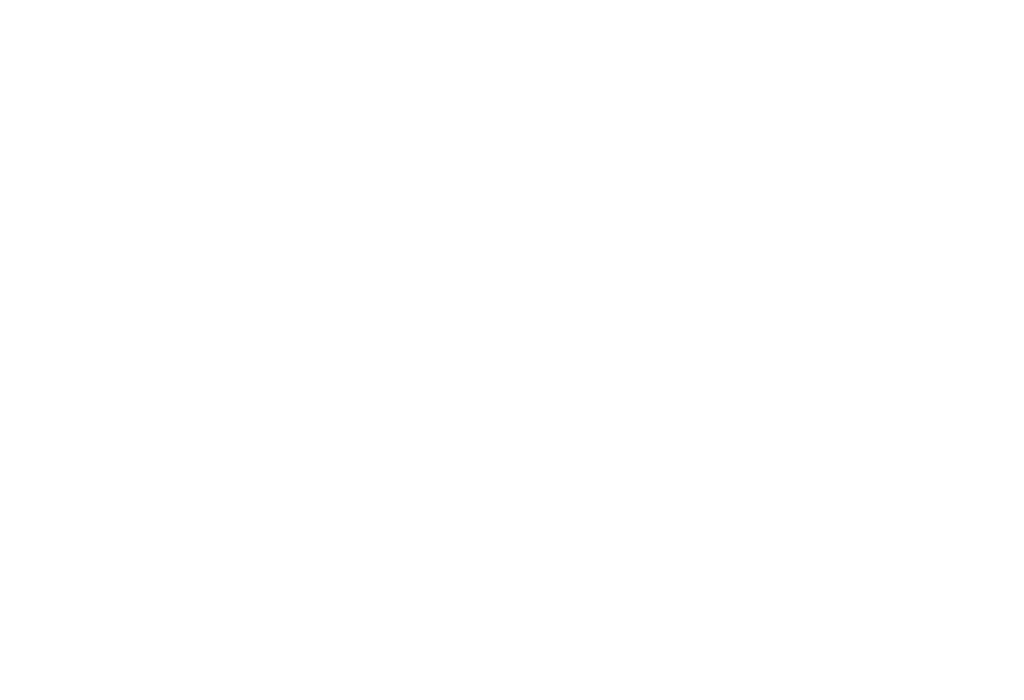
<source format=kicad_pcb>
(kicad_pcb (version 20241229) (generator "pcbnew") (generator_version "9.0")
  (layers (0 "F.Cu" signal) (2 "B.Cu" signal) (13 "F.Paste" user) (15 "B.Paste" user) (5 "F.SilkS" user "F.Silkscreen") (7 "B.SilkS" user "B.Silkscreen") (1 "F.Mask" user) (3 "B.Mask" user) (25 "Edge.Cuts" user))
  (net 0 "")
)
</source>
